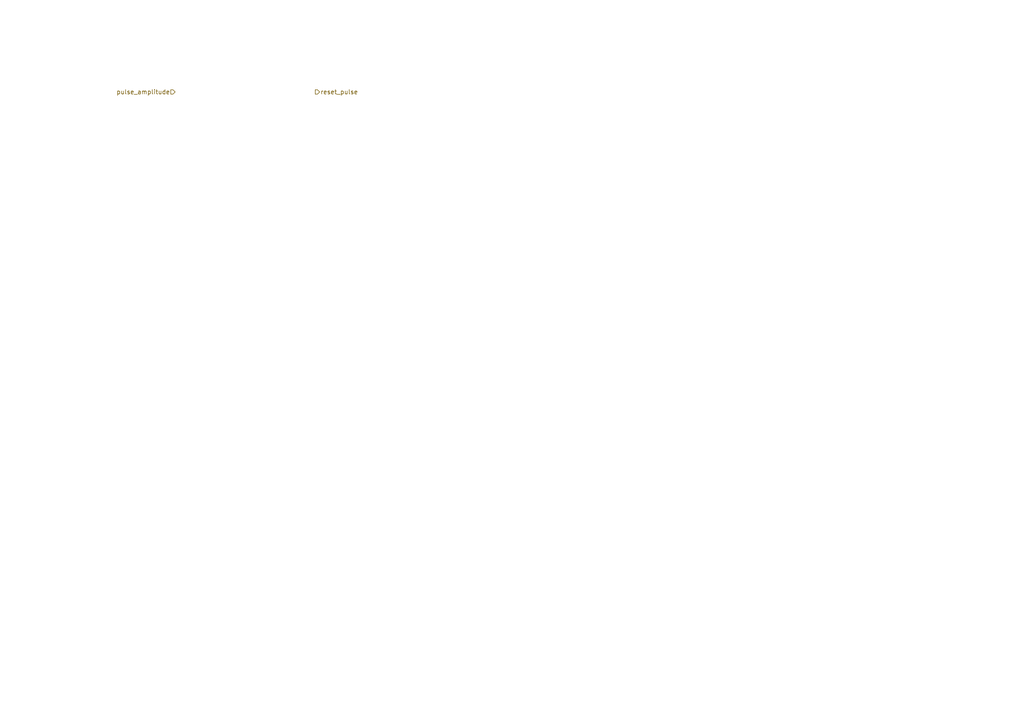
<source format=kicad_sch>
(kicad_sch
	(version 20231120)
	(generator "eeschema")
	(generator_version "8.0")
	(uuid "4c7f21f0-378a-4331-946b-5e08de079efa")
	(paper "A4")
	(lib_symbols)
	(hierarchical_label "pulse_amplitude"
		(shape input)
		(at 50.8 26.67 180)
		(effects
			(font
				(size 1.27 1.27)
			)
			(justify right)
		)
		(uuid "6d516e43-7843-496f-85a3-963a0bdcac40")
	)
	(hierarchical_label "reset_pulse"
		(shape output)
		(at 91.44 26.67 0)
		(effects
			(font
				(size 1.27 1.27)
			)
			(justify left)
		)
		(uuid "cfadc43e-8cda-49e4-bc03-3f3c0655595c")
	)
)

</source>
